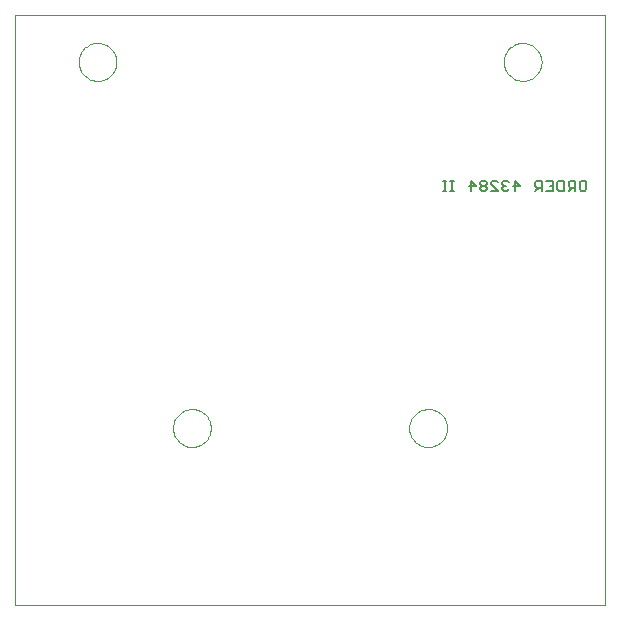
<source format=gbo>
G75*
G70*
%OFA0B0*%
%FSLAX24Y24*%
%IPPOS*%
%LPD*%
%AMOC8*
5,1,8,0,0,1.08239X$1,22.5*
%
%ADD10C,0.0000*%
%ADD11C,0.0060*%
D10*
X000574Y000574D02*
X020259Y000574D01*
X020259Y020259D01*
X000574Y020259D01*
X000574Y000574D01*
X005849Y006479D02*
X005851Y006529D01*
X005857Y006579D01*
X005867Y006628D01*
X005881Y006676D01*
X005898Y006723D01*
X005919Y006768D01*
X005944Y006812D01*
X005972Y006853D01*
X006004Y006892D01*
X006038Y006929D01*
X006075Y006963D01*
X006115Y006993D01*
X006157Y007020D01*
X006201Y007044D01*
X006247Y007065D01*
X006294Y007081D01*
X006342Y007094D01*
X006392Y007103D01*
X006441Y007108D01*
X006492Y007109D01*
X006542Y007106D01*
X006591Y007099D01*
X006640Y007088D01*
X006688Y007073D01*
X006734Y007055D01*
X006779Y007033D01*
X006822Y007007D01*
X006863Y006978D01*
X006902Y006946D01*
X006938Y006911D01*
X006970Y006873D01*
X007000Y006833D01*
X007027Y006790D01*
X007050Y006746D01*
X007069Y006700D01*
X007085Y006652D01*
X007097Y006603D01*
X007105Y006554D01*
X007109Y006504D01*
X007109Y006454D01*
X007105Y006404D01*
X007097Y006355D01*
X007085Y006306D01*
X007069Y006258D01*
X007050Y006212D01*
X007027Y006168D01*
X007000Y006125D01*
X006970Y006085D01*
X006938Y006047D01*
X006902Y006012D01*
X006863Y005980D01*
X006822Y005951D01*
X006779Y005925D01*
X006734Y005903D01*
X006688Y005885D01*
X006640Y005870D01*
X006591Y005859D01*
X006542Y005852D01*
X006492Y005849D01*
X006441Y005850D01*
X006392Y005855D01*
X006342Y005864D01*
X006294Y005877D01*
X006247Y005893D01*
X006201Y005914D01*
X006157Y005938D01*
X006115Y005965D01*
X006075Y005995D01*
X006038Y006029D01*
X006004Y006066D01*
X005972Y006105D01*
X005944Y006146D01*
X005919Y006190D01*
X005898Y006235D01*
X005881Y006282D01*
X005867Y006330D01*
X005857Y006379D01*
X005851Y006429D01*
X005849Y006479D01*
X013723Y006479D02*
X013725Y006529D01*
X013731Y006579D01*
X013741Y006628D01*
X013755Y006676D01*
X013772Y006723D01*
X013793Y006768D01*
X013818Y006812D01*
X013846Y006853D01*
X013878Y006892D01*
X013912Y006929D01*
X013949Y006963D01*
X013989Y006993D01*
X014031Y007020D01*
X014075Y007044D01*
X014121Y007065D01*
X014168Y007081D01*
X014216Y007094D01*
X014266Y007103D01*
X014315Y007108D01*
X014366Y007109D01*
X014416Y007106D01*
X014465Y007099D01*
X014514Y007088D01*
X014562Y007073D01*
X014608Y007055D01*
X014653Y007033D01*
X014696Y007007D01*
X014737Y006978D01*
X014776Y006946D01*
X014812Y006911D01*
X014844Y006873D01*
X014874Y006833D01*
X014901Y006790D01*
X014924Y006746D01*
X014943Y006700D01*
X014959Y006652D01*
X014971Y006603D01*
X014979Y006554D01*
X014983Y006504D01*
X014983Y006454D01*
X014979Y006404D01*
X014971Y006355D01*
X014959Y006306D01*
X014943Y006258D01*
X014924Y006212D01*
X014901Y006168D01*
X014874Y006125D01*
X014844Y006085D01*
X014812Y006047D01*
X014776Y006012D01*
X014737Y005980D01*
X014696Y005951D01*
X014653Y005925D01*
X014608Y005903D01*
X014562Y005885D01*
X014514Y005870D01*
X014465Y005859D01*
X014416Y005852D01*
X014366Y005849D01*
X014315Y005850D01*
X014266Y005855D01*
X014216Y005864D01*
X014168Y005877D01*
X014121Y005893D01*
X014075Y005914D01*
X014031Y005938D01*
X013989Y005965D01*
X013949Y005995D01*
X013912Y006029D01*
X013878Y006066D01*
X013846Y006105D01*
X013818Y006146D01*
X013793Y006190D01*
X013772Y006235D01*
X013755Y006282D01*
X013741Y006330D01*
X013731Y006379D01*
X013725Y006429D01*
X013723Y006479D01*
X016873Y018684D02*
X016875Y018734D01*
X016881Y018784D01*
X016891Y018833D01*
X016905Y018881D01*
X016922Y018928D01*
X016943Y018973D01*
X016968Y019017D01*
X016996Y019058D01*
X017028Y019097D01*
X017062Y019134D01*
X017099Y019168D01*
X017139Y019198D01*
X017181Y019225D01*
X017225Y019249D01*
X017271Y019270D01*
X017318Y019286D01*
X017366Y019299D01*
X017416Y019308D01*
X017465Y019313D01*
X017516Y019314D01*
X017566Y019311D01*
X017615Y019304D01*
X017664Y019293D01*
X017712Y019278D01*
X017758Y019260D01*
X017803Y019238D01*
X017846Y019212D01*
X017887Y019183D01*
X017926Y019151D01*
X017962Y019116D01*
X017994Y019078D01*
X018024Y019038D01*
X018051Y018995D01*
X018074Y018951D01*
X018093Y018905D01*
X018109Y018857D01*
X018121Y018808D01*
X018129Y018759D01*
X018133Y018709D01*
X018133Y018659D01*
X018129Y018609D01*
X018121Y018560D01*
X018109Y018511D01*
X018093Y018463D01*
X018074Y018417D01*
X018051Y018373D01*
X018024Y018330D01*
X017994Y018290D01*
X017962Y018252D01*
X017926Y018217D01*
X017887Y018185D01*
X017846Y018156D01*
X017803Y018130D01*
X017758Y018108D01*
X017712Y018090D01*
X017664Y018075D01*
X017615Y018064D01*
X017566Y018057D01*
X017516Y018054D01*
X017465Y018055D01*
X017416Y018060D01*
X017366Y018069D01*
X017318Y018082D01*
X017271Y018098D01*
X017225Y018119D01*
X017181Y018143D01*
X017139Y018170D01*
X017099Y018200D01*
X017062Y018234D01*
X017028Y018271D01*
X016996Y018310D01*
X016968Y018351D01*
X016943Y018395D01*
X016922Y018440D01*
X016905Y018487D01*
X016891Y018535D01*
X016881Y018584D01*
X016875Y018634D01*
X016873Y018684D01*
X002700Y018684D02*
X002702Y018734D01*
X002708Y018784D01*
X002718Y018833D01*
X002732Y018881D01*
X002749Y018928D01*
X002770Y018973D01*
X002795Y019017D01*
X002823Y019058D01*
X002855Y019097D01*
X002889Y019134D01*
X002926Y019168D01*
X002966Y019198D01*
X003008Y019225D01*
X003052Y019249D01*
X003098Y019270D01*
X003145Y019286D01*
X003193Y019299D01*
X003243Y019308D01*
X003292Y019313D01*
X003343Y019314D01*
X003393Y019311D01*
X003442Y019304D01*
X003491Y019293D01*
X003539Y019278D01*
X003585Y019260D01*
X003630Y019238D01*
X003673Y019212D01*
X003714Y019183D01*
X003753Y019151D01*
X003789Y019116D01*
X003821Y019078D01*
X003851Y019038D01*
X003878Y018995D01*
X003901Y018951D01*
X003920Y018905D01*
X003936Y018857D01*
X003948Y018808D01*
X003956Y018759D01*
X003960Y018709D01*
X003960Y018659D01*
X003956Y018609D01*
X003948Y018560D01*
X003936Y018511D01*
X003920Y018463D01*
X003901Y018417D01*
X003878Y018373D01*
X003851Y018330D01*
X003821Y018290D01*
X003789Y018252D01*
X003753Y018217D01*
X003714Y018185D01*
X003673Y018156D01*
X003630Y018130D01*
X003585Y018108D01*
X003539Y018090D01*
X003491Y018075D01*
X003442Y018064D01*
X003393Y018057D01*
X003343Y018054D01*
X003292Y018055D01*
X003243Y018060D01*
X003193Y018069D01*
X003145Y018082D01*
X003098Y018098D01*
X003052Y018119D01*
X003008Y018143D01*
X002966Y018170D01*
X002926Y018200D01*
X002889Y018234D01*
X002855Y018271D01*
X002823Y018310D01*
X002795Y018351D01*
X002770Y018395D01*
X002749Y018440D01*
X002732Y018487D01*
X002718Y018535D01*
X002708Y018584D01*
X002702Y018634D01*
X002700Y018684D01*
D11*
X014849Y014724D02*
X014962Y014724D01*
X014906Y014724D02*
X014906Y014383D01*
X014962Y014383D02*
X014849Y014383D01*
X015095Y014383D02*
X015208Y014383D01*
X015151Y014383D02*
X015151Y014724D01*
X015095Y014724D02*
X015208Y014724D01*
X015718Y014553D02*
X015945Y014553D01*
X015775Y014724D01*
X015775Y014383D01*
X016086Y014440D02*
X016143Y014383D01*
X016256Y014383D01*
X016313Y014440D01*
X016313Y014497D01*
X016256Y014553D01*
X016143Y014553D01*
X016086Y014497D01*
X016086Y014440D01*
X016143Y014553D02*
X016086Y014610D01*
X016086Y014667D01*
X016143Y014724D01*
X016256Y014724D01*
X016313Y014667D01*
X016313Y014610D01*
X016256Y014553D01*
X016454Y014610D02*
X016454Y014667D01*
X016511Y014724D01*
X016625Y014724D01*
X016681Y014667D01*
X016823Y014667D02*
X016823Y014610D01*
X016879Y014553D01*
X016823Y014497D01*
X016823Y014440D01*
X016879Y014383D01*
X016993Y014383D01*
X017050Y014440D01*
X016936Y014553D02*
X016879Y014553D01*
X016823Y014667D02*
X016879Y014724D01*
X016993Y014724D01*
X017050Y014667D01*
X017191Y014553D02*
X017418Y014553D01*
X017248Y014724D01*
X017248Y014383D01*
X016681Y014383D02*
X016454Y014610D01*
X016454Y014383D02*
X016681Y014383D01*
X017928Y014383D02*
X018041Y014497D01*
X017984Y014497D02*
X018155Y014497D01*
X018155Y014383D02*
X018155Y014724D01*
X017984Y014724D01*
X017928Y014667D01*
X017928Y014553D01*
X017984Y014497D01*
X018296Y014383D02*
X018523Y014383D01*
X018523Y014724D01*
X018296Y014724D01*
X018409Y014553D02*
X018523Y014553D01*
X018664Y014440D02*
X018664Y014667D01*
X018721Y014724D01*
X018891Y014724D01*
X018891Y014383D01*
X018721Y014383D01*
X018664Y014440D01*
X019033Y014383D02*
X019146Y014497D01*
X019089Y014497D02*
X019259Y014497D01*
X019259Y014383D02*
X019259Y014724D01*
X019089Y014724D01*
X019033Y014667D01*
X019033Y014553D01*
X019089Y014497D01*
X019401Y014440D02*
X019401Y014667D01*
X019458Y014724D01*
X019571Y014724D01*
X019628Y014667D01*
X019628Y014440D01*
X019571Y014383D01*
X019458Y014383D01*
X019401Y014440D01*
M02*

</source>
